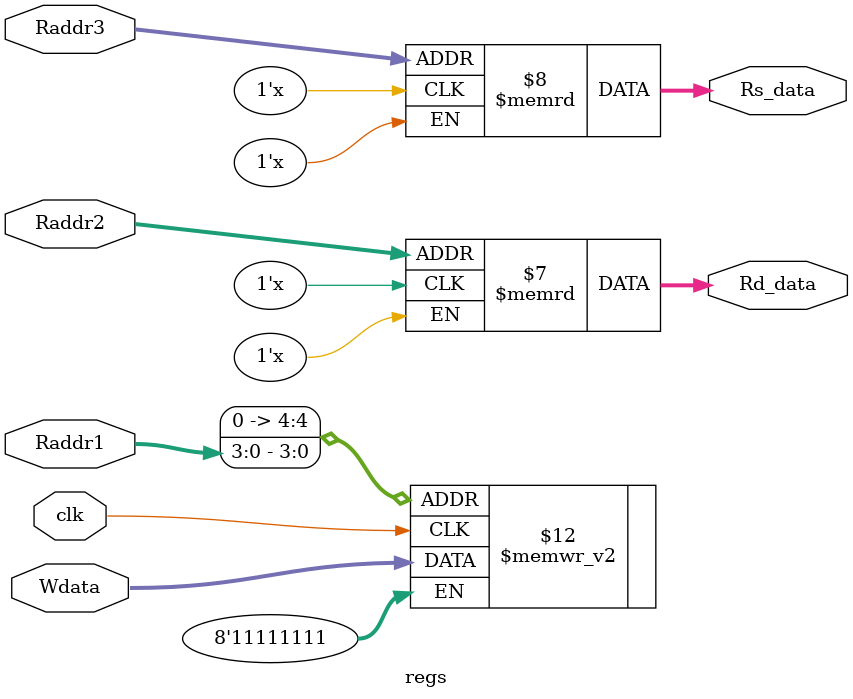
<source format=sv>
module regs #(parameter n = 8) // n - data bus width
(input logic clk,           
 input logic signed [n-1:0] Wdata, 
 input logic [3:0] Raddr1, Raddr2,Raddr3,  // Program addr 
 output logic signed [n-1:0] Rd_data, Rs_data);

 	// Declare 32 n-bit registers 
	logic [n-1:0] gpr [31:0];

	always_ff @ (posedge clk)
	begin
            gpr[Raddr1] <= Wdata;   //Write data into Raddr1 , Read data from Raddr1 & 2.
	end

	always_comb
	begin
		Rd_data = gpr[Raddr2];
		Rs_data = gpr[Raddr3];
	end	
	

endmodule // module regs
</source>
